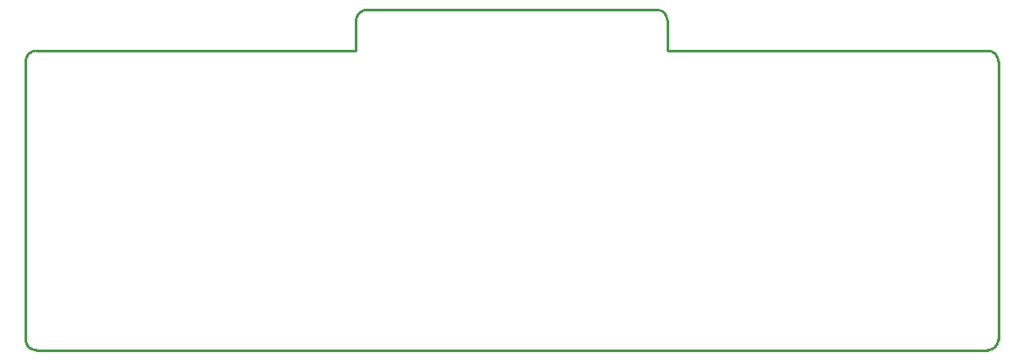
<source format=gm1>
G04 Layer_Color=16711935*
%FSLAX42Y42*%
%MOMM*%
G71*
G01*
G75*
%ADD10C,0.25*%
%ADD28C,0.25*%
D10*
X100Y2900D02*
G03*
X0Y2800I0J-100D01*
G01*
Y100D02*
G03*
X100Y0I100J0D01*
G01*
X9300D02*
G03*
X9400Y100I0J100D01*
G01*
Y2800D02*
G03*
X9300Y2900I-100J0D01*
G01*
X6200Y3200D02*
G03*
X6100Y3300I-100J0D01*
G01*
X3310D02*
G03*
X3190Y3180I0J-120D01*
G01*
D28*
X0Y100D02*
Y2800D01*
X100Y2900D02*
X3190Y2900D01*
X100Y0D02*
X9300D01*
X9400Y100D02*
Y2800D01*
X6200Y2900D02*
X9300D01*
X6200D02*
Y3200D01*
X3190Y2900D02*
Y3180D01*
X3310Y3300D02*
X6100D01*
M02*

</source>
